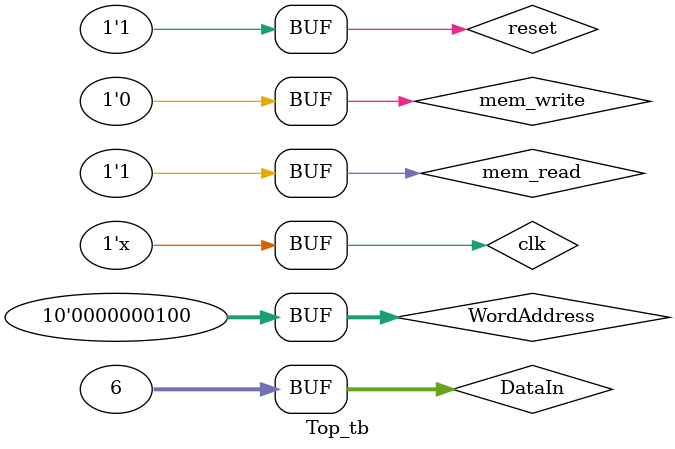
<source format=v>
module Top_tb();
reg clk=0,mem_read,mem_write,reset;
reg [9:0]WordAddress;
reg [31:0]DataIn;
wire stall;
wire [31:0]DataOut;

top_cache_system Memory_last (.clk(clk),.rst(reset),.MemRead(mem_read),.MemWrite(mem_write),.datain(DataIn),
.address(WordAddress),.stall(stall),.dataout(DataOut));


always #5 clk=~clk;

initial begin
reset=1'b0;
mem_read=1'b0; 
mem_write=1'b0;
WordAddress=10'b000_00000_00;
DataIn=32'h0;
#1;
reset=1'b1;

#14;
WordAddress=10'b000_00000_00;
DataIn=32'h30;
mem_read=1'b0; 
mem_write=1'b1;
#50;
DataIn=32'h5;
WordAddress=10'b000_00000_01;
#50;
DataIn=32'h3;
WordAddress=10'b000_00000_10;
#50;
DataIn=32'h6;
WordAddress=10'b000_00000_11;
#50;
mem_read=1'b1;
mem_write=1'b0;
WordAddress=10'b000_00000_10;
#50;
WordAddress=10'b000_00001_00;
DataIn=32'h4;
mem_read=1'b0; 
mem_write=1'b1;
#50;
WordAddress=10'b000_00001_01;
DataIn=32'h5;
#50;
WordAddress=10'b000_00001_11;
DataIn=32'h6;
mem_read=1'b0; 
mem_write=1'b1;
#50;
mem_read=1'b1;
mem_write=1'b0;
WordAddress=10'b000_00001_00;
#50;
end
endmodule


</source>
